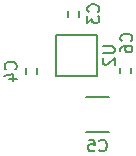
<source format=gbo>
G04 #@! TF.FileFunction,Legend,Bot*
%FSLAX46Y46*%
G04 Gerber Fmt 4.6, Leading zero omitted, Abs format (unit mm)*
G04 Created by KiCad (PCBNEW 4.0.2-stable) date Wed 04 May 2016 01:37:53 PM EDT*
%MOMM*%
G01*
G04 APERTURE LIST*
%ADD10C,0.100000*%
%ADD11C,0.150000*%
G04 APERTURE END LIST*
D10*
D11*
X133775000Y-70550000D02*
X133775000Y-71050000D01*
X132825000Y-71050000D02*
X132825000Y-70550000D01*
X129225000Y-75900000D02*
X129225000Y-75400000D01*
X130175000Y-75400000D02*
X130175000Y-75900000D01*
X136300000Y-80775000D02*
X134300000Y-80775000D01*
X134300000Y-77825000D02*
X136300000Y-77825000D01*
X138150000Y-75350000D02*
X138150000Y-75850000D01*
X137200000Y-75850000D02*
X137200000Y-75350000D01*
X135300000Y-72575000D02*
X131800000Y-72575000D01*
X135300000Y-76075000D02*
X135300000Y-72575000D01*
X131800000Y-76075000D02*
X135300000Y-76075000D01*
X131800000Y-72575000D02*
X131800000Y-76075000D01*
X135357143Y-70633334D02*
X135404762Y-70585715D01*
X135452381Y-70442858D01*
X135452381Y-70347620D01*
X135404762Y-70204762D01*
X135309524Y-70109524D01*
X135214286Y-70061905D01*
X135023810Y-70014286D01*
X134880952Y-70014286D01*
X134690476Y-70061905D01*
X134595238Y-70109524D01*
X134500000Y-70204762D01*
X134452381Y-70347620D01*
X134452381Y-70442858D01*
X134500000Y-70585715D01*
X134547619Y-70633334D01*
X134452381Y-70966667D02*
X134452381Y-71585715D01*
X134833333Y-71252381D01*
X134833333Y-71395239D01*
X134880952Y-71490477D01*
X134928571Y-71538096D01*
X135023810Y-71585715D01*
X135261905Y-71585715D01*
X135357143Y-71538096D01*
X135404762Y-71490477D01*
X135452381Y-71395239D01*
X135452381Y-71109524D01*
X135404762Y-71014286D01*
X135357143Y-70966667D01*
X128357143Y-75483334D02*
X128404762Y-75435715D01*
X128452381Y-75292858D01*
X128452381Y-75197620D01*
X128404762Y-75054762D01*
X128309524Y-74959524D01*
X128214286Y-74911905D01*
X128023810Y-74864286D01*
X127880952Y-74864286D01*
X127690476Y-74911905D01*
X127595238Y-74959524D01*
X127500000Y-75054762D01*
X127452381Y-75197620D01*
X127452381Y-75292858D01*
X127500000Y-75435715D01*
X127547619Y-75483334D01*
X127785714Y-76340477D02*
X128452381Y-76340477D01*
X127404762Y-76102381D02*
X128119048Y-75864286D01*
X128119048Y-76483334D01*
X135466666Y-82357143D02*
X135514285Y-82404762D01*
X135657142Y-82452381D01*
X135752380Y-82452381D01*
X135895238Y-82404762D01*
X135990476Y-82309524D01*
X136038095Y-82214286D01*
X136085714Y-82023810D01*
X136085714Y-81880952D01*
X136038095Y-81690476D01*
X135990476Y-81595238D01*
X135895238Y-81500000D01*
X135752380Y-81452381D01*
X135657142Y-81452381D01*
X135514285Y-81500000D01*
X135466666Y-81547619D01*
X134561904Y-81452381D02*
X135038095Y-81452381D01*
X135085714Y-81928571D01*
X135038095Y-81880952D01*
X134942857Y-81833333D01*
X134704761Y-81833333D01*
X134609523Y-81880952D01*
X134561904Y-81928571D01*
X134514285Y-82023810D01*
X134514285Y-82261905D01*
X134561904Y-82357143D01*
X134609523Y-82404762D01*
X134704761Y-82452381D01*
X134942857Y-82452381D01*
X135038095Y-82404762D01*
X135085714Y-82357143D01*
X138157143Y-73108334D02*
X138204762Y-73060715D01*
X138252381Y-72917858D01*
X138252381Y-72822620D01*
X138204762Y-72679762D01*
X138109524Y-72584524D01*
X138014286Y-72536905D01*
X137823810Y-72489286D01*
X137680952Y-72489286D01*
X137490476Y-72536905D01*
X137395238Y-72584524D01*
X137300000Y-72679762D01*
X137252381Y-72822620D01*
X137252381Y-72917858D01*
X137300000Y-73060715D01*
X137347619Y-73108334D01*
X137252381Y-73965477D02*
X137252381Y-73775000D01*
X137300000Y-73679762D01*
X137347619Y-73632143D01*
X137490476Y-73536905D01*
X137680952Y-73489286D01*
X138061905Y-73489286D01*
X138157143Y-73536905D01*
X138204762Y-73584524D01*
X138252381Y-73679762D01*
X138252381Y-73870239D01*
X138204762Y-73965477D01*
X138157143Y-74013096D01*
X138061905Y-74060715D01*
X137823810Y-74060715D01*
X137728571Y-74013096D01*
X137680952Y-73965477D01*
X137633333Y-73870239D01*
X137633333Y-73679762D01*
X137680952Y-73584524D01*
X137728571Y-73536905D01*
X137823810Y-73489286D01*
X135752381Y-73563095D02*
X136561905Y-73563095D01*
X136657143Y-73610714D01*
X136704762Y-73658333D01*
X136752381Y-73753571D01*
X136752381Y-73944048D01*
X136704762Y-74039286D01*
X136657143Y-74086905D01*
X136561905Y-74134524D01*
X135752381Y-74134524D01*
X135847619Y-74563095D02*
X135800000Y-74610714D01*
X135752381Y-74705952D01*
X135752381Y-74944048D01*
X135800000Y-75039286D01*
X135847619Y-75086905D01*
X135942857Y-75134524D01*
X136038095Y-75134524D01*
X136180952Y-75086905D01*
X136752381Y-74515476D01*
X136752381Y-75134524D01*
M02*

</source>
